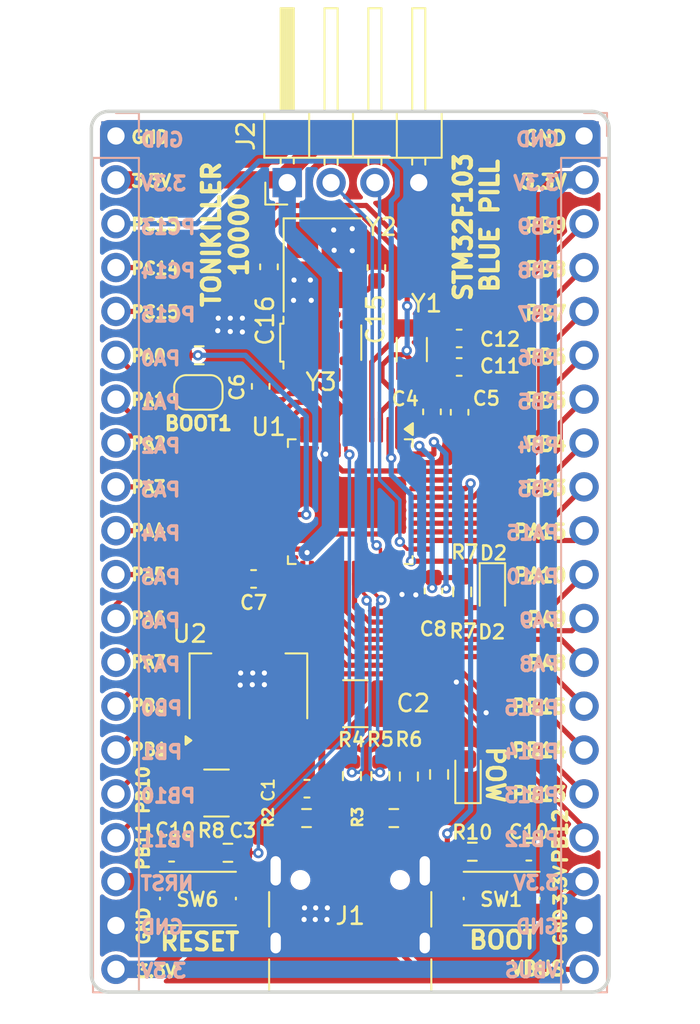
<source format=kicad_pcb>
(kicad_pcb (version 20240108) (generator "pcbnew") (generator_version "8.0")
  (layers (0 "F.Cu" signal) (31 "B.Cu" signal) (34 "B.Paste" user) (35 "F.Paste" user) (36 "B.SilkS" user "B.Silkscreen") (37 "F.SilkS" user "F.Silkscreen") (38 "B.Mask" user) (39 "F.Mask" user) (44 "Edge.Cuts" user))
  (net 0 "")
  (net 1 "VBUS")
  (net 2 "GND")
  (net 3 "+3.3V")
  (net 4 "Net-(D1-A)")
  (net 5 "Net-(J1-CC1)")
  (net 6 "Net-(J1-CC2)")
  (net 7 "USB_D+")
  (net 8 "USB_D-")
  (net 9 "Net-(D2-A)")
  (net 10 "NRST")
  (net 11 "PB11")
  (net 12 "Net-(U1-PD1)")
  (net 13 "PA4")
  (net 14 "PA8")
  (net 15 "PB0")
  (net 16 "PA3")
  (net 17 "PA9")
  (net 18 "PB6")
  (net 19 "PA6")
  (net 20 "PB14")
  (net 21 "PB5")
  (net 22 "PA10")
  (net 23 "PB8")
  (net 24 "PA5")
  (net 25 "PC15")
  (net 26 "PB4")
  (net 27 "SWDIO")
  (net 28 "PA7")
  (net 29 "Net-(U1-PD0)")
  (net 30 "PB1")
  (net 31 "PA2")
  (net 32 "PB9")
  (net 33 "PA1")
  (net 34 "BOOT0")
  (net 35 "PB10")
  (net 36 "PB7")
  (net 37 "PC13")
  (net 38 "PB13")
  (net 39 "BOOT1")
  (net 40 "PB3")
  (net 41 "PA15")
  (net 42 "PB12")
  (net 43 "SWCLK")
  (net 44 "PA0")
  (net 45 "PB15")
  (net 46 "PC14")
  (net 49 "/D+")
  (net 50 "/D-")
  (footprint "LED_SMD:LED_0603_1608Metric_Pad1.05x0.95mm_HandSolder" (layer "F.Cu") (at 80.925 123.2 90)
    (property "Reference" "D2")
    (property "Value" "POW")
  )
  (footprint "Resistor_SMD:R_0603_1608Metric_Pad0.98x0.95mm_HandSolder" (layer "F.Cu") (at 76.625 125.725)
    (property "Reference" "R3")
    (property "Value" "5K1" (hide yes))
  )
  (footprint "Connector_PinHeader_2.54mm:PinHeader_1x04_P2.54mm_Horizontal" (layer "F.Cu") (at 70.45 88.925 90)
    (property "Reference" "J2")
    (property "Value" "STLINK")
  )
  (footprint "Resistor_SMD:R_0603_1608Metric" (layer "F.Cu") (at 75.85 123.295 90)
    (property "Reference" "R5")
    (property "Value" "22R")
  )
  (footprint "Resistor_SMD:R_0603_1608Metric_Pad0.98x0.95mm_HandSolder" (layer "F.Cu") (at 81.175 127.675 180)
    (property "Reference" "R10")
    (property "Value" "10K")
  )
  (footprint "Resistor_SMD:R_0603_1608Metric_Pad0.98x0.95mm_HandSolder" (layer "F.Cu") (at 80.5875 112.625 90)
    (property "Reference" "R7")
    (property "Value" "10K")
  )
  (footprint "Capacitor_SMD:C_0603_1608Metric" (layer "F.Cu") (at 78.8375 102.2 90)
    (property "Reference" "C4")
    (property "Value" "1uF")
  )
  (footprint "Capacitor_SMD:C_1210_3225Metric_Pad1.33x2.70mm_HandSolder" (layer "F.Cu") (at 66.35 124.275 180)
    (property "Reference" "C3")
    (property "Value" "10uF")
  )
  (footprint "Capacitor_SMD:C_0603_1608Metric" (layer "F.Cu") (at 84.45 127.675 180)
    (property "Reference" "C10")
    (property "Value" "0.1uF")
  )
  (footprint "Crystal:Crystal_SMD_3215-2Pin_3.2x1.5mm" (layer "F.Cu") (at 77.66625 98.59375 -90)
    (property "Reference" "Y1")
    (property "Value" "32.768KHz")
  )
  (footprint "Capacitor_SMD:C_0603_1608Metric" (layer "F.Cu") (at 80.4125 99.6 180)
    (property "Reference" "C11")
    (property "Value" "22pF")
  )
  (footprint "Capacitor_SMD:C_0603_1608Metric" (layer "F.Cu") (at 68.9125 100.725 -90)
    (property "Reference" "C6")
    (property "Value" "0.1uF")
  )
  (footprint "Button_Switch_SMD:SW_Push_1P1T_NO_CK_KMR2" (layer "F.Cu") (at 82.875 130.385 180)
    (property "Reference" "SW1")
    (property "Value" "RESET")
  )
  (footprint "Jumper:SolderJumper-2_P1.3mm_Open_RoundedPad1.0x1.5mm" (layer "F.Cu") (at 65.3 101.075 180)
    (property "Reference" "JP1" (hide yes))
    (property "Value" "BOOT1")
  )
  (footprint "Capacitor_SMD:C_0603_1608Metric" (layer "F.Cu") (at 80.4375 102.225 90)
    (property "Reference" "C5")
    (property "Value" "0.1uF")
  )
  (footprint "Resistor_SMD:R_0603_1608Metric_Pad0.98x0.95mm_HandSolder" (layer "F.Cu") (at 79.25 123.2 -90)
    (property "Reference" "R7")
    (property "Value" "10K")
  )
  (footprint "Capacitor_SMD:C_0603_1608Metric_Pad1.08x0.95mm_HandSolder" (layer "F.Cu") (at 71.5925 124.025 180)
    (property "Reference" "C1")
    (property "Value" "10uF" (hide yes))
  )
  (footprint "Package_TO_SOT_SMD:SOT-223-3_TabPin2" (layer "F.Cu") (at 68.2 118.1 90)
    (property "Reference" "U2")
    (property "Value" "AMS1117-3.3")
  )
  (footprint "Capacitor_SMD:C_0603_1608Metric" (layer "F.Cu") (at 69.39125 93.80375 90)
    (property "Reference" "C16")
    (property "Value" "22pF")
  )
  (footprint "Resistor_SMD:R_0603_1608Metric" (layer "F.Cu") (at 77.5 123.32 90)
    (property "Reference" "R6")
    (property "Value" "1.5K")
  )
  (footprint "Capacitor_SMD:C_0603_1608Metric" (layer "F.Cu") (at 78.925 112.575 90)
    (property "Reference" "C8")
    (property "Value" "0.1uF")
  )
  (footprint "Resistor_SMD:R_0603_1608Metric" (layer "F.Cu") (at 74.2 123.295 90)
    (property "Reference" "R4")
    (property "Value" "22R")
  )
  (footprint "Resistor_SMD:R_0603_1608Metric_Pad0.98x0.95mm_HandSolder" (layer "F.Cu") (at 65.35 98.925 180)
    (property "Reference" "R8" (hide yes))
    (property "Value" "10K")
  )
  (footprint "Package_QFP:LQFP-48_7x7mm_P0.5mm" (layer "F.Cu") (at 74.1 107.4 -90)
    (property "Reference" "U1")
    (property "Value" "STM32F103CBTx")
  )
  (footprint "Connector_USB:USB_C_Receptacle_HRO_TYPE-C-31-M-12" (layer "F.Cu") (at 74.1 131.91)
    (property "Reference" "J1")
    (property "Value" "USB_C_USB2.0" (hide yes))
  )
  (footprint "Capacitor_SMD:C_0603_1608Metric" (layer "F.Cu") (at 75.61625 93.84375 -90)
    (property "Reference" "C15")
    (property "Value" "22pF")
  )
  (footprint "Crystal:Crystal_SMD_3225-4Pin_3.2x2.5mm_HandSoldering" (layer "F.Cu") (at 72.49125 93.69375 -90)
    (property "Reference" "Y2")
    (property "Value" "8MHz")
  )
  (footprint "LED_SMD:LED_0603_1608Metric_Pad1.05x0.95mm_HandSolder" (layer "F.Cu") (at 82.3375 112.625 -90)
    (property "Reference" "D2")
    (property "Value" "BLINK")
  )
  (footprint "Button_Switch_SMD:SW_Push_1P1T_NO_CK_KMR2" (layer "F.Cu") (at 65.275 130.385 180)
    (property "Reference" "SW6")
    (property "Value" "RESET")
  )
  (footprint "Capacitor_SMD:C_0603_1608Metric" (layer "F.Cu") (at 80.4125 97.95 180)
    (property "Reference" "C12")
    (property "Value" "22pF")
  )
  (footprint "Resistor_SMD:R_0603_1608Metric_Pad0.98x0.95mm_HandSolder" (layer "F.Cu") (at 71.5675 125.725 180)
    (property "Reference" "R2")
    (property "Value" "5K1" (hide yes))
  )
  (footprint "Capacitor_SMD:C_0603_1608Metric" (layer "F.Cu") (at 63.75 127.735)
    (property "Reference" "C10")
    (property "Value" "0.1uF")
  )
  (footprint "Crystal:Resonator_SMD_Murata_CSTCR_4.5x2x1.15mm" (layer "F.Cu") (at 72.39125 98.19375 90)
    (property "Reference" "Y3")
    (property "Value" "8MHz")
  )
  (footprint "Capacitor_SMD:C_1210_3225Metric_Pad1.33x2.70mm_HandSolder" (layer "F.Cu") (at 74.4 119.1 180)
    (property "Reference" "C2")
    (property "Value" "10uF")
  )
  (footprint "Capacitor_SMD:C_0603_1608Metric" (layer "F.Cu") (at 68.5 111.875)
    (property "Reference" "C7")
    (property "Value" "0.1uF")
  )
  (footprint "Resistor_SMD:R_0603_1608Metric_Pad0.98x0.95mm_HandSolder" (layer "F.Cu") (at 67.0125 127.735 180)
    (property "Reference" "R8")
    (property "Value" "10K")
  )
  (footprint "Connector_PinHeader_2.54mm:PinHeader_1x20_P2.54mm_Vertical" (layer "B.Cu") (at 87.65 86.225 180)
    (property "Reference" "J4" (hide yes))
    (property "Value" "PINHD_1x20_Male")
  )
  (footprint "Connector_PinHeader_2.54mm:PinHeader_1x20_P2.54mm_Vertical" (layer "B.Cu") (at 60.525 86.225 180)
    (property "Reference" "J3" (hide yes))
    (property "Value" "PINHD_1x20_Male")
  )
  (gr_arc (start 59.1 85.8) (mid 59.392893 85.092893) (end 60.1 84.8) (stroke (width 0.2)) (layer "Edge.Cuts"))
  (gr_line (start 59.1 134.8) (end 59.1 85.8) (stroke (width 0.2)) (layer "Edge.Cuts"))
  (gr_line (start 88.1 135.8) (end 60.1 135.8) (stroke (width 0.2)) (layer "Edge.Cuts"))
  (gr_line (start 89.1 85.8) (end 89.1 134.8) (stroke (width 0.2)) (layer "Edge.Cuts"))
  (gr_arc (start 60.1 135.8) (mid 59.392893 135.507107) (end 59.1 134.8) (stroke (width 0.2)) (layer "Edge.Cuts"))
  (gr_line (start 60.1 84.8) (end 88.1 84.8) (stroke (width 0.2)) (layer "Edge.Cuts"))
  (gr_arc (start 88.1 84.8) (mid 88.807107 85.092893) (end 89.1 85.8) (stroke (width 0.2)) (layer "Edge.Cuts"))
  (gr_arc (start 89.1 134.8) (mid 88.807107 135.507107) (end 88.1 135.8) (stroke (width 0.2)) (layer "Edge.Cuts"))
  (gr_text "PA10" (at 84.663095 111.75394 -0) (layer "B.SilkS") (effects (font (size 0.8 0.8) (thickness 0.2) (bold yes)) (justify mirror)))
  (gr_text "NRST" (at 63.484524 129.509198 -0) (layer "B.SilkS") (effects (font (size 0.8 0.8) (thickness 0.2) (bold yes)) (justify mirror)))
  (gr_text "PC13\n" (at 63.541667 91.515788 -0) (layer "B.SilkS") (effects (font (size 0.8 0.8) (thickness 0.2) (bold yes)) (justify mirror)))
  (gr_text "PB3" (at 84.986904 106.688152 -0) (layer "B.SilkS") (effects (font (size 0.8 0.8) (thickness 0.2) (bold yes)) (justify mirror)))
  (gr_text "PB10" (at 63.541667 124.44341 -0) (layer "B.SilkS") (effects (font (size 0.8 0.8) (thickness 0.2) (bold yes)) (justify mirror)))
  (gr_text "PB14" (at 84.605952 121.885516 -0) (layer "B.SilkS") (effects (font (size 0.8 0.8) (thickness 0.2) (bold yes)) (justify mirror)))
  (gr_text "PB8" (at 84.986904 94.023682 -0) (layer "B.SilkS") (effects (font (size 0.8 0.8) (thickness 0.2) (bold yes)) (justify mirror)))
  (gr_text "PB6" (at 84.986904 99.08947 -0) (layer "B.SilkS") (effects (font (size 0.8 0.8) (thickness 0.2) (bold yes)) (justify mirror)))
  (gr_text "PB12" (at 84.605952 126.951304 -0) (layer "B.SilkS") (effects (font (size 0.8 0.8) (thickness 0.2) (bold yes)) (justify mirror)))
  (gr_text "VBUS\n" (at 84.625 134.55 -0) (layer "B.SilkS") (effects (font (size 0.8 0.8) (thickness 0.2) (bold yes)) (justify mirror)))
  (gr_text "PB7" (at 84.986904 96.556576 -0) (layer "B.SilkS") (effects (font (size 0.8 0.8) (thickness 0.2) (bold yes)) (justify mirror)))
  (gr_text "PC15" (at 63.541667 96.581576 -0) (layer "B.SilkS") (effects (font (size 0.8 0.8) (thickness 0.2) (bold yes)) (justify mirror)))
  (gr_text "PA6" (at 63.103571 114.311834 -0) (layer "B.SilkS") (effects (font (size 0.8 0.8) (thickness 0.2) (bold yes)) (justify mirror)))
  (gr_text "PB4" (at 84.986904 104.155258 -0) (layer "B.SilkS") (effects (font (size 0.8 0.8) (thickness 0.2) (bold yes)) (justify mirror)))
  (gr_text "3.3V" (at 63.275 134.575 -0) (layer "B.SilkS") (effects (font (size 0.8 0.8) (thickness 0.2) (bold yes)) (justify mirror)))
  (gr_text "PC14" (at 63.541667 94.048682 -0) (layer "B.SilkS") (effects (font (size 0.8 0.8) (thickness 0.2) (bold yes)) (justify mirror)))
  (gr_text "GND" (at 84.948809 132.017092 -0) (layer "B.SilkS") (effects (font (size 0.8 0.8) (thickness 0.2) (bold yes)) (justify mirror)))
  (gr_text "GND\n" (at 84.948809 86.425 -0) (layer "B.SilkS") (effects (font (size 0.8 0.8) (thickness 0.2) (bold yes)) (justify mirror)))
  (gr_text "PB15" (at 84.605952 119.352622 -0) (layer "B.SilkS") (effects (font (size 0.8 0.8) (thickness 0.2) (bold yes)) (justify mirror)))
  (gr_text "3.3V" (at 84.872619 88.957894 -0) (layer "B.SilkS") (effects (font (size 0.8 0.8) (thickness 0.2) (bold yes)) (justify mirror)))
  (gr_text "3.3V" (at 63.275 88.982894 -0) (layer "B.SilkS") (effects (font (size 0.8 0.8) (thickness 0.2) (bold yes)) (justify mirror)))
  (gr_text "PB5" (at 84.986904 101.622364 -0) (layer "B.SilkS") (effects (font (size 0.8 0.8) (thickness 0.2) (bold yes)) (justify mirror)))
  (gr_text "GND" (at 63.198809 132.042092 -0) (layer "B.SilkS") (effects (font (size 0.8 0.8) (thickness 0.2) (bold yes)) (justify mirror)))
  (gr_text "PA1" (at 63.103571 101.647364 -0) (layer "B.SilkS") (effects (font (size 0.8 0.8) (thickness 0.2) (bold yes)) (justify mirror)))
  (gr_text "PA7" (at 63.103571 116.844728 -0) (layer "B.SilkS") (effects (font (size 0.8 0.8) (thickness 0.2) (bold yes)) (justify mirror)))
  (gr_text "PB1" (at 63.160714 121.910516 -0) (layer "B.SilkS") (effects (font (size 0.8 0.8) (thickness 0.2) (bold yes)) (justify mirror)))
  (gr_text "PB13" (at 84.605952 124.41841 -0) (layer "B.SilkS") (effects (font (size 0.8 0.8) (thickness 0.2) (bold yes)) (justify mirror)))
  (gr_text "PB0" (at 63.160714 119.377622 -0) (layer "B.SilkS") (effects (font (size 0.8 0.8) (thickness 0.2) (bold yes)) (justify mirror)))
  (gr_text "3.3V" (at 84.872619 129.484198 -0) (layer "B.SilkS") (effects (font (size 0.8 0.8) (thickness 0.2) (bold yes)) (justify mirror)))
  (gr_text "PA8" (at 85.044047 116.819728 -0) (layer "B.SilkS") (effects (font (size 0.8 0.8) (thickness 0.2) (bold yes)) (justify mirror)))
  (gr_text "GND\n" (at 63.198809 86.45 -0) (layer "B.SilkS") (effects (font (size 0.8 0.8) (thickness 0.2) (bold yes)) (justify mirror)))
  (gr_text "PA2" (at 63.103571 104.180258 -0) (layer "B.SilkS") (effects (font (size 0.8 0.8) (thickness 0.2) (bold yes)) (justify mirror)))
  (gr_text "PA9" (at 85.044047 114.286834 -0) (layer "B.SilkS") (effects (font (size 0.8 0.8) (thickness 0.2) (bold yes)) (justify mirror)))
  (gr_text "PA0" (at 63.103571 99.11447 -0) (layer "B.SilkS") (effects (font (size 0.8 0.8) (thickness 0.2) (bold yes)) (justify mirror)))
  (gr_text "PA15\n" (at 84.663095 109.221046 -0) (layer "B.SilkS") (effects (font (size 0.8 0.8) (thickness 0.2) (bold yes)) (justify mirror)))
  (gr_text "PA3" (at 63.103571 106.713152 -0) (layer "B.SilkS") (effects (font (size 0.8 0.8) (thickness 0.2) (bold yes)) (justify mirror)))
  (gr_text "PB9" (at 84.986904 91.490788 -0) (layer "B.SilkS") (effects (font (size 0.8 0.8) (thickness 0.2) (bold yes)) (justify mirror)))
  (gr_text "PA5" (at 63.103571 111.77894 -0) (layer "B.SilkS") (effects (font (size 0.8 0.8) (thickness 0.2) (bold yes)) (justify mirror)))
  (gr_text "PA4" (at 63.103571 109.246046 -0) (layer "B.SilkS") (effects (font (size 0.8 0.8) (thickness 0.2) (bold yes)) (justify mirror)))
  (gr_text "PB11" (at 63.541667 126.976304 -0) (layer "B.SilkS") (effects (font (size 0.8 0.8) (thickness 0.2) (bold yes)) (justify mirror)))
  (gr_text "BOOT" (at 80.875 133.375 0) (layer "F.SilkS") (effects (font (size 1 1) (thickness 0.22) (bold yes)) (justify left bottom)))
  (gr_text "PB0" (at 62.466667 119.227622 0) (layer "F.SilkS") (effects (font (size 0.7 0.7) (thickness 0.2) (bold yes))))
  (gr_text "PA15\n" (at 85.114286 109.146046 0) (layer "F.SilkS") (effects (font (size 0.8 0.8) (thickness 0.2) (bold yes))))
  (gr_text "GND" (at 62.125 131.975 90) (layer "F.SilkS") (effects (font (size 0.7 0.7) (thickness 0.2) (bold yes))))
  (gr_text "PA5" (at 62.416667 111.62894 0) (layer "F.SilkS") (effects (font (size 0.7 0.7) (thickness 0.2) (bold yes))))
  (gr_text "PB10" (at 62.1 124.1 90) (layer "F.SilkS") (effects (font (size 0.7 0.7) (thickness 0.2) (bold yes))))
  (gr_text "PA2" (at 62.416667 104.030258 0) (layer "F.SilkS") (effects (font (size 0.7 0.7) (thickness 0.2) (bold yes))))
  (gr_text "GND" (at 86.275 132.05 90) (layer "F.SilkS") (effects (font (size 0.7 0.7) (thickness 0.2) (bold yes))))
  (gr_text "PB5" (at 85.438095 101.547364 0) (layer "F.SilkS") (effects (font (size 0.8 0.8) (thickness 0.2) (bold yes))))
  (gr_text "3.3V" (at 86.275 129.625 90) (layer "F.SilkS") (effects (font (size 0.7 0.7) (thickness 0.2) (bold yes))))
  (gr_text "STM32F103" (at 81.225 95.9 90) (layer "F.SilkS") (effects (font (size 1 1) (thickness 0.25) (bold yes)) (justify left bottom)))
  (gr_text "PC13\n" (at 62.800001 91.365788 0) (layer "F.SilkS") (effects (font (size 0.7 0.7) (thickness 0.2) (bold yes))))
  (gr_text "VBUS\n" (at 84.975 134.45 0) (layer "F.SilkS") (effects (font (size 0.8 0.8) (thickness 0.2) (bold yes))))
  (gr_text "PB1" (at 62.466667 121.760516 0) (layer "F.SilkS") (effects (font (size 0.7 0.7) (thickness 0.2) (bold yes))))
  (gr_text "PC15" (at 62.800001 96.431576 0) (layer "F.SilkS") (effects (font (size 0.7 0.7) (thickness 0.2) (bold yes))))
  (gr_text "POW" (at 81.925 121.475 -90) (layer "F.SilkS") (effects (font (size 1 1) (thickness 0.22) (bold yes)) (justify left bottom)))
  (gr_text "PB8" (at 85.438095 93.948682 0) (layer "F.SilkS") (effects (font (size 0.8 0.8) (thickness 0.2) (bold yes))))
  (gr_text "PA0" (at 62.416667 98.96447 0) (layer "F.SilkS") (effects (font (size 0.7 0.7) (thickness 0.2) (bold yes))))
  (gr_text "PB15" (at 85.057143 119.277622 0) (layer "F.SilkS") (effects (font (size 0.8 0.8) (thickness 0.2) (bold yes))))
  (gr_text "PA1" (at 62.416667 101.497364 0) (layer "F.SilkS") (effects (font (size 0.7 0.7) (thickness 0.2) (bold yes))))
  (gr_text "PA9" (at 85.495238 114.211834 0) (layer "F.SilkS") (effects (font (size 0.8 0.8) (thickness 0.2) (bold yes))))
  (gr_text "GND\n" (at 62.5 86.3 0) (layer "F.SilkS") (effects (font (size 0.7 0.7) (thickness 0.2) (bold yes))))
  (gr_text "PA10" (at 85.114286 111.67894 0) (layer "F.SilkS") (effects (font (size 0.8 0.8) (thickness 0.2) (bold yes))))
  (gr_text "PB12" (at 86.275 126.775 90) (layer "F.SilkS") (effects (font (size 0.8 0.8) (thickness 0.2) (bold yes))))
  (gr_text "PB3" (at 85.438095 106.613152 0) (layer "F.SilkS") (effects (font (size 0.8 0.8) (thickness 0.2) (bold yes))))
  (gr_text "PB7" (at 85.438095 96.481576 0) (layer "F.SilkS") (effects (font (size 0.8 0.8) (thickness 0.2) (bold yes))))
  (gr_text "PB11" (at 62.1 127.35 90) (layer "F.SilkS") (effects (font (size 0.7 0.7) (thickness 0.2) (bold yes))))
  (gr_text "TONIKILLER\n10000" (at 68.25 91.925 90) (layer "F.SilkS") (effects (font (size 1 1) (thickness 0.25) (bold yes)) (justify bottom)))
  (gr_text "PB13" (at 85.057143 124.34341 0) (layer "F.SilkS") (effects (font (size 0.8 0.8) (thickness 0.2) (bold yes))))
  (gr_text "PB4" (at 85.438095 104.080258 0) (layer "F.SilkS") (effects (font (size 0.8 0.8) (thickness 0.2) (bold yes))))
  (gr_text "PC14" (at 62.800001 93.898682 0) (layer "F.SilkS") (effects (font (size 0.7 0.7) (thickness 0.2) (bold yes))))
  (gr_text "PA3" (at 62.416667 106.563152 0) (layer "F.SilkS") (effects (font (size 0.7 0.7) (thickness 0.2) (bold yes))))
  (gr_text "PB6" (at 85.438095 99.01447 0) (layer "F.SilkS") (effects (font (size 0.8 0.8) (thickness 0.2) (bold yes))))
  (gr_text "3.3V" (at 85.32381 88.882894 0) (layer "F.SilkS") (effects (font (size 0.8 0.8) (thickness 0.2) (bold yes))))
  (gr_text "RESET" (at 62.975 133.475 0) (layer "F.SilkS") (effects (font (size 1 1) (thickness 0.22) (bold yes)) (justify left bottom)))
  (gr_text "PA7" (at 62.416667 116.694728 0) (layer "F.SilkS") (effects (font (size 0.7 0.7) (thickness 0.2) (bold yes))))
  (gr_text "PA8" (at 85.495238 116.744728 0) (layer "F.SilkS") (effects (font (size 0.8 0.8) (thickness 0.2) (bold yes))))
  (gr_text "GND\n" (at 85.4 86.35 0) (layer "F.SilkS") (effects (font (size 0.8 0.8) (thickness 0.2) (bold yes))))
  (gr_text "3.3V" (at 62.875 134.6 0) (layer "F.SilkS") (effects (font (size 0.7 0.7) (thickness 0.2) (bold yes))))
  (gr_text "BLUE PILL" (at 82.775 95.4 90) (layer "F.SilkS") (effects (font (size 1 1) (thickness 0.25) (bold yes)) (justify left bottom)))
  (gr_text "PA6" (at 62.416667 114.161834 0) (layer "F.SilkS") (effects (font (size 0.7 0.7) (thickness 0.2) (bold yes))))
  (gr_text "PA4" (at 62.416667 109.096046 0) (layer "F.SilkS") (effects (font (size 0.7 0.7) (thickness 0.2) (bold yes))))
  (gr_text "PB9" (at 85.438095 91.415788 0) (layer "F.SilkS") (effects (font (size 0.8 0.8) (thickness 0.2) (bold yes))))
  (gr_text "3.3V" (at 62.566667 88.832894 0) (layer "F.SilkS") (effects (font (size 0.7 0.7) (thickness 0.2) (bold yes))))
  (gr_text "PB14" (at 85.057143 121.810516 0) (layer "F.SilkS") (effects (font (size 0.8 0.8) (thickness 0.2) (bold yes))))
  (segment (start 79.2175 124.145) (end 79.25 124.1125) (width 0.3) (layer "F.Cu") (net 1))
  (segment (start 71.5425 126.2375) (end 71.5425 124.9375) (width 0.4) (layer "F.Cu") (net 1))
  (segment (start 76.55 127.865) (end 76.55 128.6425) (width 0.3) (layer "F.Cu") (net 1))
  (segment (start 71.65 126.345) (end 71.5425 126.2375) (width 0.4) (layer "F.Cu") (net 1))
  (segment (start 71.65 128.6325) (end 71.65 127.865) (width 0.3) (layer "F.Cu") (net 1))
  (segment (start 77.985 134.485) (end 75.775 132.275) (width 0.3) (layer "F.Cu") (net 1))
  (segment (start 75.775 132.275) (end 75.775 129.4175) (width 0.3) (layer "F.Cu") (net 1))
  (segment (start 72.425 121.25) (end 73.8125 121.25) (width 1) (layer "F.Cu") (net 1))
  (segment (start 76.55 126.47) (end 76.625 126.395) (width 0.4) (layer "F.Cu") (net 1))
  (segment (start 76.625 124.995) (end 77.475 124.145) (width 0.4) (layer "F.Cu") (net 1))
  (segment (start 76.55 128.6425) (end 76.16625 129.02625) (width 0.3) (layer "F.Cu") (net 1))
  (segment (start 77.5 124.145) (end 79.2175 124.145) (width 0.3) (layer "F.Cu") (net 1))
  (segment (start 72.455 121.28) (end 72.425 121.25) (width 0.4) (layer "F.Cu") (net 1))
  (segment (start 70.5 121.25) (end 72.425 121.25) (width 1) (layer "F.Cu") (net 1))
  (segment (start 72.455 124.025) (end 72.455 121.28) (width 0.4) (layer "F.Cu") (net 1))
  (segment (start 71.65 127.865) (end 71.65 126.345) (width 0.4) (layer "F.Cu") (net 1))
  (segment (start 76.625 126.395) (end 76.625 124.995) (width 0.4) (layer "F.Cu") (net 1))
  (segment (start 71.5425 124.9375) (end 72.455 124.025) (width 0.4) (layer "F.Cu") (net 1))
  (segment (start 73.8125 121.25) (end 75.9625 119.1) (width 1) (layer "F.Cu") (net 1))
  (segment (start 75.025 129.45) (end 72.9925 129.45) (width 0.3) (layer "F.Cu") (net 1))
  (segment (start 72.4675 129.45) (end 71.65 128.6325) (width 0.3) (layer "F.Cu") (net 1))
  (segment (start 87.65 134.485) (end 77.985 134.485) (width 0.3) (layer "F.Cu") (net 1))
  (segment (start 75.7425 129.45) (end 75.025 129.45) (width 0.3) (layer "F.Cu") (net 1))
  (segment (start 75.775 129.4175) (end 76.16625 129.02625) (width 0.3) (layer "F.Cu") (net 1))
  (segment (start 76.55 127.865) (end 76.55 126.47) (width 0.4) (layer "F.Cu") (net 1))
  (segment (start 76.16625 129.02625) (end 75.7425 129.45) (width 0.3) (layer "F.Cu") (net 1))
  (segment (start 72.9925 129.45) (end 72.4675 129.45) (width 0.3) (layer "F.Cu") (net 1))
  (segment (start 84.75 132.15) (end 87.445 132.15) (width 0.5) (layer "F.Cu") (net 2))
  (segment (start 73.64125 92.36875) (end 73.16625 92.84375) (width 0.3) (layer "F.Cu") (net 2))
  (segment (start 67.9 110.3) (end 66.325 111.875) (width 0.3) (layer "F.Cu") (net 2))
  (segment (start 65.9 112.3) (end 65.9 121.25) (width 0.3) (layer "F.Cu") (net 2))
  (segment (start 71.34125 95.24375) (end 71.84125 95.74375) (width 0.3) (layer "F.Cu") (net 2))
  (segment (start 67.725 111.875) (end 67.725 110.475) (width 0.3) (layer "F.Cu") (net 2))
  (segment (start 75.41625 92.86875) (end 75.61625 93.06875) (width 0.3) (layer "F.Cu") (net 2))
  (segment (start 67.725 110.475) (end 67.9 110.3) (width 0.3) (layer "F.Cu") (net 2))
  (segment (start 76.35 112.6) (end 76.35 111.5625) (width 0.3) (layer "F.Cu") (net 2))
  (segment (start 70.73 124.025) (end 70.73 127.785) (width 0.3) (layer "F.Cu") (net 2))
  (segment (start 73.64125 92.16875) (end 73.14125 91.66875) (width 0.3) (layer "F.Cu") (net 2))
  (segment (start 66.325 111.875) (end 65.9 112.3) (width 0.3) (layer "F.Cu") (net 2))
  (segment (start 69.8875 99.95) (end 70.58125 100.64375) (width 0.3) (layer "F.Cu") (net 2))
  (segment (start 81.4 102.76) (end 81.4 99.8125) (width 0.3) (layer "F.Cu") (net 2))
  (segment (start 76.95 113.2) (end 76.35 112.6) (width 0.3) (layer "F.Cu") (net 2))
  (segment (start 77.5375 125.725) (end 77.5375 128.0675) (width 0.8) (layer "F.Cu") (net 2))
  (segment (start 72.8375 119.1) (end 66.975 119.1) (width 1) (layer "F.Cu") (net 2))
  (segment (start 77.35 113.35) (end 77.9 112.8) (width 0.3) (layer "F.Cu") (net 2))
  (segment (start 64.525 127.735) (end 64.525 130.575) (width 1) (layer "F.Cu") (net 2))
  (segment (start 77.35 127.865) (end 78.265 128.78) (width 0.3) (layer "F.Cu") (net 2))
  (segment (start 72.3 100.64375) (end 73.35 101.69375) (width 0.3) (layer "F.Cu") (net 2))
  (segment (start 67.9 110.3) (end 68.55 109.65) (width 0.3) (layer "F.Cu") (net 2))
  (segment (start 73.64125 92.24375) (end 73.64125 92.29375) (width 0.3) (layer "F.Cu") (net 2))
  (segment (start 73.64125 92.29375) (end 74.21625 92.86875) (width 0.3) (layer "F.Cu") (net 2))
  (segment (start 81.16 103) (end 81.4 102.76) (width 0.3) (layer "F.Cu") (net 2))
  (segment (start 70.85 124.145) (end 70.73 124.025) (width 0.3) (layer "F.Cu") (net 2))
  (segment (start 60.525 131.945) (end 61.285 131.185) (width 1) (layer "F.Cu") (net 2))
  (segment (start 69.78 130.135) (end 69.78 132.96) (width 1) (layer "F.Cu") (net 2))
  (segment (start 78.42 132.15) (end 78.42 128.78) (width 1) (layer "F.Cu") (net 2))
  (segment (start 70.85 125.92) (end 70.655 125.725) (width 0.3) (layer "F.Cu") (net 2))
  (segment (start 77.35 113.35) (end 77.1 113.35) (width 0.3) (layer "F.Cu") (net 2))
  (segment (start 78.5625 128.9225) (end 78.42 128.78) (width 0.3) (layer "F.Cu") (net 2))
  (segment (start 82.0875 132.15) (end 84.75 132.15) (width 0.5) (layer "F.Cu") (net 2))
  (segment (start 78.05 113.35) (end 77.9 113.2) (width 0.3) (layer "F.Cu") (net 2))
  (segment (start 71.34125 95.21875) (end 70.81625 95.74375) (width 0.3) (layer "F.Cu") (net 2))
  (segment (start 66.2625 98.925) (end 67.2875 99.95) (width 0.3) (layer "F.Cu") (net 2))
  (segment (start 71.79125 94.35375) (end 71.79125 94.56875) (width 0.3) (layer "F.Cu") (net 2))
  (segment (start 80.575 103) (end 81.16 103) (width 0.3) (layer "F.Cu") (net 2))
  (segment (start 73.64125 92.56875) (end 73.64125 92.24375) (width 0.3) (layer "F.Cu") (net 2))
  (segment (start 73.64125 92.24375) (end 73.64125 92.36875) (width 0.3) (layer "F.Cu") (net 2))
  (segment (start 68.9125 99.95) (end 69.8875 99.95) (width 0.3) (layer "F.Cu") (net 2))
  (segment (start 78.925 113.35) (end 78.05 113.35) (width 0.3) (layer "F.Cu") (net 2))
  (segment (start 77.9 112.8) (end 77.9 113.2) (width 0.3) (layer "F.Cu") (net 2))
  (segment (start 77.5375 125.725) (end 79.275 125.725) (width 0.3) (layer "F.Cu") (net 2))
  (segment (start 64.525 130.575) (end 63.915 131.185) (width 1) (layer "F.Cu") (net 2))
  (segment (start 77.1 113.35) (end 76.95 113.2) (width 0.3) (layer "F.Cu") (net 2))
  (segment (start 79 103) (end 78.975 102.975) (width 0.3) (layer "F.Cu") (net 2))
  (segment (start 67.725 111.875) (end 66.325 111.875) (width 0.3) (layer "F.Cu") (net 2))
  (segment (start 77.1 113.35) (end 77.525 113.35) (width 0.3) (layer "F.Cu") (net 2))
  (segment (start 72.39125 96.29375) (end 71.84125 95.74375) (width 0.3) (layer "F.Cu") (net 2))
  (segment (start 67.325 131.185) (end 67.425 131.285) (width 1) (layer "F.Cu") (net 2))
  (segment (start 63.915 131.185) (end 63.225 131.185) (width 1) (layer "F.Cu") (net 2))
  (segment (start 73.64125 92.24375) (end 73.64125 91.74375) (width 0.3) (layer "F.Cu") (net 2))
  (segment (start 70.85 127.865) (end 70.85 124.145) (width 0.3) (layer "F.Cu") (net 2))
  (segment (start 73.64125 92.16875) (end 74.21625 91.59375) (width 0.3) (layer "F.Cu") (net 2))
  (segment (start 74.21625 92.86875) (end 75.41625 92.86875) (width 0.3) (layer "F.Cu") (net 2))
  (segment (start 78.42 132.96) (end 78.42 132.15) (width 1) (layer "F.Cu") (net 2))
  (segment (start 71.34125 95.14375) (end 71.34125 95.24375) (width 0.3) (layer "F.Cu") (net 2))
  (segment (start 69.39125 94.57875) (end 70.77625 94.57875) (width 0.3) (layer "F.Cu") (net 2))
  (segment (start 77.525 113.2) (end 77.1 112.775) (width 0.3) (layer "F.Cu") (net 2))
  (segment (start 78.2625 105.15) (end 79.325 105.15) (width 0.3) (layer "F.Cu") (net 2))
  (segment (start 70.58125 100.64375) (end 72.3 100.64375) (width 0.3) (layer "F.Cu") (net 2))
  (segment (start 72.39125 97.14375) (end 72.39125 96.29375) (width 0.3) (layer "F.Cu") (net 2))
  (segment (start 68.55 109.65) (end 69.9375 109.65) (width 0.3) (layer "F.Cu") (net 2))
  (segment (start 77.525 113.35) (end 77.525 113.2) (width 0.3) (layer "F.Cu") (net 2))
  (segment (start 66.975 119.1) (end 65.9 120.175) (width 1) (layer "F.Cu") (net 2))
  (segment (start 81.975 119.625) (end 81.975 119.575) (width 0.3) (layer "F.Cu") (net 2))
  (segment (start 67.425 131.285) (end 68.63 131.285) (width 1) (layer "F.Cu") (net 2))
  (segment (start 79.325 105.15) (end 79.775 104.7) (width 0.3) (layer "F.Cu") (net 2))
  (segment (start 64.525 124.5375) (end 64.7875 124.275) (width 1) (layer "F.Cu") (net 2))
  (segment (start 61.285 131.185) (end 63.225 131.185) (width 1) (layer "F.Cu") (net 2))
  (segment (start 65.9 123.1625) (end 64.7875 124.275) (width 1) (layer "F.Cu") (net 2))
  (segment (start 71.34125 95.14375) (end 71.34125 95.01875) (width 0.3) (layer "F.Cu") (net 2))
  (segment (start 77.5375 128.0675) (end 78.25 128.78) (width 0.8) (layer "F.Cu") (net 2))
  (segment (start 77.35 127.865) (end 77.35 125.9125) (width 0.3) (layer "F.Cu") (net 2))
  (segment (start 77.9 113.2) (end 76.95 113.2) (width 0.3) (layer "F.Cu") (net 2))
  (segment (start 84.75 132.15) (end 78.42 132.15) (width 0.5) (layer "F.Cu") (net 2))
  (segment (start 77.1 112.775) (end 77.1 113.35) (width 0.3) (layer "F.Cu") (net 2))
  (segment (start 79.775 103) (end 79 103) (width 0.3) (layer "F.Cu") (net 2))
  (segment (start 71.34125 95.01875) (end 71.79125 94.56875) (width 0.3) (layer "F.Cu") (net 2))
  (segment (start 77.525 113.35) (end 78.05 113.35) (width 0.3) (layer "F.Cu") (net 2))
  (segment (start 67.2875 99.95) (end 68.9125 99.95) (width 0.3) (layer "F.Cu") (net 2))
  (segment (start 65.9 120.175) (end 65.9 121.25) (width 1) (layer "F.Cu") (net 2))
  (segment (start 65.9 121.25) (end 65.9 123.1625) (width 1) (layer "F.Cu") (net 2))
  (segment (start 81.4 99.8125) (end 81.1875 99.6) (width 0.3) (layer "F.Cu") (net 2))
  (segment (start 71.34125 95.14375) (end 71.34125 95.06875) (width 0.3) (layer "F.Cu") (net 2))
  (segment (start 81.1875 99.6) (end 81.1875 97.95) (width 0.4) (layer "F.Cu") (net 2))
  (segment (start 79.775 104.7) (end 79.775 103) (width 0.3) (layer "F.Cu") (net 2))
  (segment (start 73.16625 92.84375) (end 73.16625 92.97875) (width 0.3) (layer "F.Cu") (net 2))
  (segment (start 79.275 125.725) (end 80.925 124.075) (width 0.3) (layer "F.Cu") (net 2))
  (segment (start 64.525 127.735) (end 64.525 124.5375) (width 1) (layer "F.Cu") (net 2))
  (segment (start 70.73 127.785) (end 70.65 127.865) (width 0.3) (layer "F.Cu") (net 2))
  (segment (start 70.85 127.865) (end 70.85 125.92) (width 0.3) (layer "F.Cu") (net 2))
  (segment (start 81.975 119.575) (end 80.25 117.85) (width 0.3) (layer "F.Cu") (net 2))
  (segment (start 71.34125 95.14375) (end 71.34125 95.21875) (width 0.3) (layer "F.Cu") (net 2))
  (segment (start 69.78 130.135) (end 69.78 128.735) (width 1) (layer "F.Cu") (net 2))
  (segment (start 87.445 132.15) (end 87.65 131.945) (width 0.5) (layer "F.Cu") (net 2))
  (segment (start 70.85 127.865) (end 69.935 128.78) (width 0.3) (layer "F.Cu") (net 2))
  (segment (start 73.64125 92.24375) (end 73.64125 92.16875) (width 0.3) (layer "F.Cu") (net 2))
  (segment (start 68.63 131.285) (end 69.78 130.135) (width 1) (layer "F.Cu") (net 2))
  (segment (start 69.78 128.735) (end 70.65 127.865) (width 1) (layer "F.Cu") (net 2))
  (segment (start 82.0875 127.675) (end 82.0875 132.15) (width 0.5) (layer "F.Cu") (net 2))
  (segment (start 77.35 125.9125) (end 77.5375 125.725) (width 0.3) (layer "F.Cu") (net 2))
  (segment (start 73.35 101.69375) (end 73.35 103.2375) (width 0.3) (layer "F.Cu") (net 2))
  (segment (start 73.16625 92.97875) (end 71.79125 94.35375) (width 0.3) (layer "F.Cu") (net 2))
  (segment (start 80.575 103) (end 79 103) (width 0.3) (layer "F.Cu") (net 2))
  (segment (start 69.935 128.78) (end 69.78 128.78) (width 0.3) (layer "F.Cu") (net 2))
  (via (at 77.9 112.8) (size 0.6) (drill 0.3) (layers "F.Cu" "B.Cu") (net 2))
  (via (at 70.81625 95.74375) (size 0.6) (drill 0.3) (layers "F.Cu" "B.Cu") (net 2))
  (via (at 67.85 96.775) (size 0.6) (drill 0.3) (layers "F.Cu" "B.Cu") (net 2))
  (via (at 80.25 117.85) (size 0.6) (drill 0.3) (layers "F.Cu" "B.Cu") (net 2))
  (via (at 73.16625 92.84375) (size 0.6) (drill 0.3) (layers "F.Cu" "B.Cu") (net 2))
  (via (at 71.84125 95.74375) (size 0.6) (drill 0.3) (layers "F.Cu" "B.Cu") (net 2))
  (via (at 67.15 96.775) (size 0.6) (drill 0.3) (layers "F.Cu" "B.Cu") (net 2))
  (via (at 67.725 118.025) (size 0.6) (drill 0.3) (layers "F.Cu" "B.Cu") (net 2))
  (via (at 67.15 97.55) (size 0.6) (drill 0.3) (layers "F.Cu" "B.Cu") (net 2))
  (via (at 69.125 117.325) (size 0.6) (drill 0.3) (layers "F.Cu" "B.Cu") (net 2))
  (via (at 72.075 131.6) (size 0.6) (drill 0.3) (layers "F.Cu" "B.Cu") (net 2))
  (via (at 72.775 130.925) (size 0.6) (drill 0.3) (layers "F.Cu" "B.Cu") (net 2))
  (via (at 70.84125 94.56875) (size 0.6) (drill 0.3) (layers "F.Cu" "B.Cu") (net 2))
  (via (at 77.1 112.775) (size 0.6) (drill 0.3) (layers "F.Cu" "B.Cu") (net 2))
  (via (at 71.45 130.925) (size 0.6) (drill 0.3) (layers "F.Cu" "B.Cu") (net 2))
  (via (at 66.45 96.775) (size 0.6) (drill 0.3) (layers "F.Cu" "B.Cu") (net 2))
  (via (at 66.425 97.5) (size 0.6) (drill 0.3) (layers "F.Cu" "B.Cu") (net 2))
  (via (at 67.75 117.325) (size 0.6) (drill 0.3) (layers "F.Cu" "B.Cu") (net 2))
  (via (at 71.425 131.6) (size 0.6) (drill 0.3) (layers "F.Cu" "B.Cu") (net 2))
  (via (at 81.975 119.625) (size 0.6) (drill 0.3) (layers "F.Cu" "B.Cu") (net 2))
  (via (at 71.79125 94.56875) (size 0.6) (drill 0.3) (layers "F.Cu" "B.Cu") (net 2))
  (via (at 68.45 117.325) (size 0.6) (drill 0.3) (layers "F.Cu" "B.Cu") (net 2))
  (via (at 74.21625 91.59375) (size 0.6) (drill 0.3) (layers "F.Cu" "B.Cu") (net 2))
  (via (at 69.125 118) (size 0.6) (drill 0.3) (layers "F.Cu" "B.Cu") (net 2))
  (via (at 67.85 97.575) (size 0.6) (drill 0.3) (layers "F.Cu" "B.Cu") (net 2))
  (via (at 72.75 131.6) (size 0.6) (drill 0.3) (layers "F.Cu" "B.Cu") (net 2))
  (via (at 68.425 118) (size 0.6) (drill 0.3) (layers "F.Cu" "B.Cu") (net 2))
  (via (at 72.1 130.925) (size 0.6) (drill 0.3) (layers "F.Cu" "B.Cu") (net 2))
  (via (at 74.21625 92.86875) (size 0.6) (drill 0.3) (layers "F.Cu" "B.Cu") (net 2))
  (via (at 73.14125 91.66875) (size 0.6) (drill 0.3) (layers "F.Cu" "B.Cu") (net 2))
  (segment (start 78.075 86.225) (end 87.65 86.225) (width 1) (layer "B.Cu") (net 2))
  (segment (start 78.075 88.92) (end 78.07 88.925) (width 1) (layer "B.Cu") (net 2))
  (segment (start 78.075 86.225) (end 78.075 88.92) (width 1) (layer "B.Cu") (net 2))
  (segment (start 60.525 86.225) (end 78.075 86.225) (width 1) (layer "B.Cu") (net 2))
  (segment (start 80.575 101.45) (end 79 101.45) (width 0.3) (layer "F.Cu") (net 3))
  (segment (start 75.975 109.275) (end 72.675 109.275) (width 0.3) (layer "F.Cu") (net 3))
  (segment (start 77.175 104.925) (end 77.175 105.325) (width 0.3) (layer "F.Cu") (net 3))
  (segment (start 78.925 111.8) (end 78.925 112.4) (width 0.3) (layer "F.Cu") (net 3))
  (segment (start 69.275 111.875) (end 69.275 110.15) (width 0.3) (layer "F.Cu") (net 3))
  (segment (start 62.965 134.485) (end 60.525 134.485) (width 1) (layer "F.Cu") (net 3))
  (segment (start 70.56625 101.14375) (end 70.21 101.5) (width 0.3) (layer "F.Cu") (net 3))
  (segment (start 78.1 104.4875) (end 78.2625 104.65) (width 0.3) (layer "F.Cu") (net 3))
  (segment (start 78.6875 111.5625) (end 78.925 111.8) (width 0.3) (layer "F.Cu") (net 3))
  (segment (start 76.85 104.225) (end 76.85 103.2375) (width 0.3) (layer "F.Cu") (net 3))
  (segment (start 84.31 131.185) (end 84.925 131.185) (width 0.5) (layer "F.Cu") (net 3))
  (segment (start 70.21 101.5) (end 68.9125 101.5) (width 0.3) (layer "F.Cu") (net 3))
  (segment (start 69.275 111.875) (end 69.275 113.875) (width 0.3) (layer "F.Cu") (net 3))
  (segment (start 72.675 109.275) (end 71.8 110.15) (width 0.3) (layer "F.Cu") (net 3))
  (segment (start 87.65 88.765) (end 80.765 88.765) (width 1) (layer "F.Cu") (net 3))
  (segment (start 77.425 101.425) (end 76.85 102) (width 0.3) (layer "F.Cu") (net 3))
  (segment (start 80.765 88.765) (end 78.85 86.85) (width 1) (layer "F.Cu") (net 3))
  (segment (start 71.975 86.85) (end 70.45 88.375) (width 1) (layer "F.Cu") (net 3))
  (segment (start 78.85 86.85) (end 71.975 86.85) (width 1) (layer "F.Cu") (net 3))
  (segment (start 71.4 110.15) (end 71.6 110.35) (width 0.3) (layer "F.Cu") (net 3))
  (segment (start 79.65 111.8) (end 80.5 111.8) (width 0.3) (layer "F.Cu") (net 3))
  (segment (start 78.95 104.65) (end 78.2625 104.65) (width 0.3) (layer "F.Cu") (net 3))
  (segment (start 84.925 131.185) (end 85.87 131.185) (width 0.5) (layer "F.Cu") (net 3))
  (segment (start 78.975 101.425) (end 77.425 101.425) (width 0.3) (layer "F.Cu") (net 3))
  (segment (start 72.85 101.9025) (end 72.09125 101.14375) (width 0.3) (layer "F.Cu") (net 3))
  (segment (start 77.275 104.65) (end 76.975 104.35) (width 0.3) (layer "F.Cu") (net 3))
  (segment (start 76.875 105.625) (end 73.65 105.625) (width 0.3) (layer "F.Cu") (net 3))
  (segment (start 76.85 102) (end 76.85 103.2375) (width 0.3) (layer "F.Cu") (net 3))
  (segment (start 76.325 109.625) (end 75.975 109.275) (width 0.3) (layer "F.Cu") (net 3))
  (segment (start 76.325 110.025) (end 76.325 109.625) (width 0.3) (layer "F.Cu") (net 3))
  (segment (start 60.525 88.765) (end 70.29 88.765) (width 1) (layer "F.Cu") (net 3))
  (segment (start 83.675 130.55) (end 84.31 131.185) (width 0.5) (layer "F.Cu") (net 3))
  (segment (start 83.675 127.675) (end 83.675 130.55) (width 0.5) (layer "F.Cu") (net 3))
  (segment (start 73.65 105.625) (end 72.675 104.65) (width 0.3) (layer "F.Cu") (net 3))
  (segment (start 70.29 88.765) (end 70.45 88.925) (width 1) (layer "F.Cu") (net 3))
  (segment (start 69.275 110.15) (end 69.9375 110.15) (width 0.3) (layer "F.Cu") (net 3))
  (segment (start 78.95 103.95) (end 78.95 104.65) (width 0.3) (layer "F.Cu") (net 3))
  (segment (start 76.85 110.55) (end 76.325 110.025) (width 0.3) (layer "F.Cu") (net 3))
  (segment (start 80.5 111.8) (end 80.5875 111.7125) (width 0.3) (layer "F.Cu") (net 3))
  (segment (start 78.1 104.175) (end 78.1 104.4875) (width 0.3) (layer "F.Cu") (net 3))
  (segment (start 78.2625 104.65) (end 77.275 104.65) (width 0.3) (layer "F.Cu") (net 3))
  (segment (start 76.975 104.35) (end 76.85 104.225) (width 0.3) (layer "F.Cu") (net 3))
  (segment (start 79.65 111.8) (end 79.65 112.425) (width 0.3) (layer "F.Cu") (net 3))
  (segment (start 69.9375 110.15) (end 71.4 110.15) (width 0.3) (layer "F.Cu") (net 3))
  (segment (start 71.8 110.15) (end 71.4 110.15) (width 0.3) (layer "F.Cu") (net 3))
  (segment (start 72.675 104.65) (end 72.85 104.475) (width 0.3) (layer "F.Cu") (net 3))
  (segment (start 72.09125 101.14375) (end 70.56625 101.14375) (width 0.3) (layer "F.Cu") (net 3))
  (segment (start 85.87 131.185) (end 87.65 129.405) (width 0.5) (layer "F.Cu") (net 3))
  (segment (start 68.9125 101.5) (end 66.375 101.5) (width 0.3) (layer "F.Cu") (net 3))
  (segment (start 76.85 111.5625) (end 76.85 110.55) (width 0.3) (layer "F.Cu") (net 3))
  (segment (start 77.175 105.325) (end 76.875 105.625) (width 0.3) (layer "F.Cu") (net 3))
  (segment (start 72.85 104.475) (end 72.85 103.2375) (width 0.3) (layer "F.Cu") (net 3))
  (segment (start 69.275 113.875) (end 68.2 114.95) (width 0.3) (layer "F.Cu") (net 3))
  (segment (start 72.85 103.2375) (end 72.85 101.9025) (width 0.3) (layer "F.Cu") (net 3))
  (segment (start 68.2 121.25) (end 67.9125 121.5375) (width 1) (layer "F.Cu") (net 3))
  (segment (start 77.275 104.65) (end 77.175 104.75) (width 0.3) (layer "F.Cu") (net 3))
  (segment (start 79 101.45) (end 78.975 101.425) (width 0.3) (layer "F.Cu") (net 3))
  (segment (start 78.925 112.4) (end 78.85 112.4) (width 0.3) (layer "F.Cu") (net 3))
  (segment (start 67.9125 121.5375) (end 67.9125 124.275) (width 1) (layer "F.Cu") (net 3))
  (segment (start 77.175 104.75) (end 77.175 104.925) (width 0.3) (layer "F.Cu") (net 3))
  (segment (start 66.1 127.735) (end 66.1 131.35) (width 1) (layer "F.Cu") (net 3))
  (segment (start 77.175 104.925) (end 77.175 104.55) (width 0.3) (layer "F.Cu") (net 3))
  (segment (start 66.375 101.5) (end 65.95 101.075) (width 0.3) (layer "F.Cu") (net 3))
  (segment (start 66.1 127.735) (end 66.1 126.0875) (width 1) (layer "F.Cu") (net 3))
  (segment (start 78.925 111.8) (end 79.65 111.8) (width 0.3) (layer "F.Cu") (net 3))
  (segment (start 66.1 126.0875) (end 67.9125 124.275) (width 1) (layer "F.Cu") (net 3))
  (segment (start 77.175 104.55) (end 76.975 104.35) (width 0.3) (layer "F.Cu") (net 3))
  (segment (start 70.45 88.375) (end 70.45 88.925) (width 1) (layer "F.Cu") (net 3))
  (segment (start 76.85 111.5625) (end 78.6875 111.5625) (width 0.3) (layer "F.Cu") (net 3))
  (segment (start 66.1 131.35) (end 62.965 134.485) (width 1) (layer "F.Cu") (net 3))
  (via (at 78.85 112.4) (size 0.6) (drill 0.3) (layers "F.Cu" "B.Cu") (net 3))
  (via (at 78.95 103.95) (size 0.6) (drill 0.3) (layers "F.Cu" "B.Cu") (net 3))
  (via (at 78.1 104.175) (size 0.6) (drill 0.3) (layers "F.Cu" "B.Cu") (net 3))
  (via (at 71.6 110.35) (size 0.6) (drill 0.3) (layers "F.Cu" "B.Cu") (net 3))
  (via (at 79.65 112.425) (size 0.6) (drill 0.3) (layers "F.Cu" "B.Cu") (net 3))
  (via (at 72.675 104.65) (size 0.6) (drill 0.3) (layers "F.Cu" "B.Cu") (net 3))
  (segment (start 85.575 133.6) (end 85.575 127.925) (width 1) (layer "B.Cu") (net 3))
  (segment (start 86.355 129.405) (end 87.65 129.405) (width 1) (layer "B.Cu") (net 3))
  (segment (start 85.575 128.625) (end 86.355 129.405) (width 1) (layer "B.Cu") (net 3))
  (segment (start 70.45 88.925) (end 70.45 91.725) (width 1) (layer "B.Cu") (net 3))
  (segment (start 60.525 134.485) (end 84.69 134.485) (width 1) (layer "B.Cu") (net 3))
  (segment (start 84.69 134.485) (end 85.575 133.6) (width 1) (layer "B.Cu") (net 3))
  (segment (start 78.85 104.925) (end 78.1 104.175) (width 0.3) (layer "B.Cu") (net 3))
  (segment (start 87.65 88.765) (end 86.51 88.765) (width 1) (layer "B.Cu") (net 3))
  (segment (start 72.95 109) (end 71.6 110.35) (width 1) (layer "B.Cu") (net 3))
  (segment (start 70.45 91.725) (end 72.95 94.225) (width 1) (layer "B.Cu") (net 3))
  (segment (start 85.575 89.7) (end 85.575 127.925) (width 1) (layer "B.Cu") (net 3))
  (segment (start 79.65 112.425) (end 79.65 104.65) (width 0.3) (layer "B.Cu") (net 3))
  (segment (start 86.51 88.765) (end 85.575 89.7) (width 1) (layer "B.Cu") (net 3))
  (segment (start 85.575 127.925) (end 85.575 128.625) (width 1) (layer "B.Cu") (net 3))
  (segment (start 72.95 94.225) (end 72.95 109) (width 1) (layer "B.Cu") (net 3))
  (segment (start 79.65 104.65) (end 78.95 103.95) (width 0.3) (layer "B.Cu") (net 3))
  (segment (start 78.85 112.4) (end 78.85 104.925) (width 0.3) (layer "B.Cu") (net 3))
  (segment (start 80.8875 122.2875) (end 80.925 122.325) (width 0.3) (layer "F.Cu") (net 4))
  (segment (start 79.25 122.2875) (end 80.8875 122.2875) (width 0.3) (layer "F.Cu") (net 4))
  (segment (start 72.85 126.095) (end 72.48 125.725) (width 0.3) (layer "F.Cu") (net 5))
  (segment (start 72.85 127.865) (end 72.85 126.095) (width 0.3) (layer "F.Cu") (net 5))
  (segment (start 75.85 127.865) (end 75.85 125.8625) (width 0.2) (layer "F.Cu") (net 6))
  (segment (start 75.85 125.8625) (end 75.7125 125.725) (width 0.2) (layer "F.Cu") (net 6))
  (segment (start 75.35 111.5625) (end 75.325001 111.587499) (width 0.2) (layer "F.Cu") (net 7))
  (segment (start 75.325 112.525) (end 75.9 113.1) (width 0.2) (layer "F.Cu") (net 7))
  (segment (start 75.85 122.47) (end 75.85 123.05) (width 0.3) (layer "F.Cu") (net 7))
  (segment (start 75.35 112.15) (end 75.325 112.175) (width 0.2) (layer "F.Cu") (net 7))
  (segment (start 75.325 112.175) (end 75.325 112.525) (width 0.2) (layer "F.Cu") (net 7))
  (segment (start 75.35 111.5625) (end 75.35 112.15) (width 0.2) (layer "F.Cu") (net 7))
  (segment (start 77.5 122.495) (end 75.875 122.495) (width 0.4) (layer "F.Cu") (net 7))
  (segment (start 75.85 123.05) (end 75.825 123.075) (width 0.3) (layer "F.Cu") (net 7))
  (via (at 75.825 123.075) (size 0.6) (drill 0.3) (layers "F.Cu" "B.Cu") (net 7))
  (via (at 75.9 113.1) (size 0.6) (drill 0.3) (layers "F.Cu" "B.Cu") (net 7))
  (segment (start 75.425 123.075) (end 75.825 123.075) (width 0.2) (layer "B.Cu") (net 7))
  (segment (start 75.25 121.6682) (end 75.25 122.9) (width 0.2) (layer "B.Cu") (net 7))
  (segment (start 75.687501 121.230699) (end 75.25 121.6682) (width 0.2) (layer "B.Cu") (net 7))
  (segment (start 75.25 122.9) (end 75.425 123.075) (width 0.2) (layer "B.Cu") (net 7))
  (segment (start 75.9 113.1) (end 75.687501 113.312499) (width 0.2) (layer "B.Cu") (net 7))
  (segment (start 75.687501 113.312499) (end 75.687501 121.230699) (width 0.2) (layer "B.Cu") (net 7))
  (segment (start 74.2 122.47) (end 74.2 123.075) (width 0.3) (layer "F.Cu") (net 8))
  (segment (start 74.875 112.175) (end 74.875 112.711397) (width 0.2) (layer "F.Cu") (net 8))
  (segment (start 74.85 111.5625) (end 74.874999 111.587499) (width 0.2) (layer "F.Cu") (net 8))
  (segment (start 74.875 112.711397) (end 75.05 112.886397) (width 0.2) (layer "F.Cu") (net 8))
  (segment (start 74.85 111.5625) (end 74.85 112.15) (width 0.2) (layer "F.Cu") (net 8))
  (segment (start 75.05 112.886397) (end 75.05 113.125) (width 0.2) (layer "F.Cu") (net 8))
  (segment (start 74.85 112.15) (end 74.875 112.175) (width 0.2) (layer "F.Cu") (net 8))
  (via (at 75.05 113.125) (size 0.6) (drill 0.3) (layers "F.Cu" "B.Cu") (net 8))
  (via (at 74.2 123.075) (size 0.6) (drill 0.3) (layers "F.Cu" "B.Cu") (net 8))
  (segment (start 75.05 113.125) (end 75.237499 113.312499) (width 0.2) (layer "B.Cu") (net 8))
  (segment (start 74.8 122.9) (end 74.625 123.075) (width 0.2) (layer "B.Cu") (net 8))
  (segment (start 75.237499 113.312499) (end 75.237499 121.044301) (width 0.2) (layer "B.Cu") (net 8))
  (segment (start 75.237499 121.044301) (end 74.8 121.4818) (width 0.2) (layer "B.Cu") (net 8))
  (segment (start 74.8 121.4818) (end 74.8 122.9) (width 0.2) (layer "B.Cu") (net 8))
  (segment (start 74.625 123.075) (end 74.2 123.075) (width 0.2) (layer "B.Cu") (net 8))
  (segment (start 80.5875 113.5375) (end 82.3 113.5375) (width 0.3) (layer "F.Cu") (net 9))
  (segment (start 82.3 113.5375) (end 82.3375 113.5) (width 0.3) (layer "F.Cu") (net 9))
  (segment (start 62.975 129.335) (end 63.225 129.585) (width 1) (layer "F.Cu") (net 10))
  (segment (start 60.525 129.405) (end 63.045 129.405) (width 1) (layer "F.Cu") (net 10))
  (segment (start 67.925 127.735) (end 67.325 128.335) (width 1) (layer "F.Cu") (net 10))
  (segment (start 63.045 129.405) (end 63.225 129.585) (width 1) (layer "F.Cu") (net 10))
  (segment (start 62.975 127.735) (end 62.975 129.335) (width 1) (layer "F.Cu") (net 10))
  (segment (start 67.325 128.335) (end 67.325 129.585) (width 1) (layer "F.Cu") (net 10))
  (segment (start 73.85 104.475) (end 73.85 103.2375) (width 0.2) (layer "F.Cu") (net 10))
  (segment (start 68.76 127.735) (end 67.925 127.735) (width 0.2) (layer "F.Cu") (net 10))
  (segment (start 68.775 127.75) (end 68.76 127.735) (width 0.2) (layer "F.Cu") (net 10))
  (segment (start 74.05 104.675) (end 73.85 104.475) (width 0.2) (layer "F.Cu") (net 10))
  (via (at 68.775 127.75) (size 0.6) (drill 0.3) (layers "F.Cu" "B.Cu") (net 10))
  (via (at 74.05 104.675) (size 0.6) (drill 0.3) (layers "F.Cu" "B.Cu") (net 10))
  (segment (start 74.05 120.8) (end 74.05 104.675) (width 0.2) (layer "B.Cu") (net 10))
  (segment (start 68.775 126.075) (end 74.05 120.8) (width 0.2) (layer "B.Cu") (net 10))
  (segment (start 68.775 127.75) (end 68.775 126.075) (width 0.2) (layer "B.Cu") (net 10))
  (segment (start 63.42 123.97) (end 60.525 126.865) (width 0.3) (layer "F.Cu") (net 11))
  (segment (start 68.325 109.15) (end 64.75 112.725) (width 0.3) (layer "F.Cu") (net 11))
  (segment (start 64.75 112.725) (end 64.75 121.45) (width 0.3) (layer "F.Cu") (net 11))
  (segment (start 63.42 122.78) (end 64.75 121.45) (width 0.3) (layer "F.Cu") (net 11))
  (segment (start 63.42 123.97) (end 63.42 122.78) (width 0.3) (layer "F.Cu") (net 11))
  (segment (start 69.9375 109.15) (end 68.325 109.15) (width 0.3) (layer "F.Cu") (net 11))
  (segment (start 70.86625 99.71875) (end 70.86625 99.21875) (width 0.3) (layer "F.Cu") (net 12))
  (segment (start 69.61875 97.56875) (end 70.86625 97.56875) (width 0.3) (layer "F.Cu") (net 12))
  (segment (start 74.35 103.2375) (end 74.35 101.9525) (width 0.3) (layer "F.Cu") (net 12))
  (segment (start 71.34125 92.24375) (end 71.34125 93.04375) (width 0.3) (layer "F.Cu") (net 12))
  (segment (start 68.56625 96.51625) (end 69.61875 97.56875) (width 0.3) (layer "F.Cu") (net 12))
  (segment (start 70.55625 93.02875) (end 71.34125 92.24375) (width 0.3) (layer "F.Cu") (net 12))
  (segment (start 71.24125 100.09375) (end 70.86625 99.71875) (width 0.3) (layer "F.Cu") (net 12))
  (segment (start 74.35 101.9525) (end 72.49125 100.09375) (width 0.3) (layer "F.Cu") (net 12))
  (segment (start 71.0575 91.96) (end 71.34125 92.24375) (width 0.3) (layer "F.Cu") (net 12))
  (segment (start 72.49125 100.09375) (end 71.24125 100.09375) (width 0.3) (layer "F.Cu") (net 12))
  (segment (start 69.39125 93.02875) (end 68.56625 93.85375) (width 0.3) (layer "F.Cu") (net 12))
  (segment (start 69.39125 93.02875) (end 70.55625 93.02875) (width 0.3) (layer "F.Cu") (net 12))
  (segment (start 68.56625 93.85375) (end 68.56625 96.51625) (width 0.3) (layer "F.Cu") (net 12))
  (segment (start 67.3 105.15) (end 63.365 109.085) (width 0.3) (layer "F.Cu") (net 13))
  (segment (start 69.9375 105.15) (end 67.3 105.15) (width 0.3) (layer "F.Cu") (net 13))
  (segment (start 63.365 109.085) (end 60.525 109.085) (width 0.3) (layer "F.Cu") (net 13))
  (segment (start 74.725 115.375) (end 86.32 115.375) (width 0.3) (layer "F.Cu") (net 14))
  (segment (start 73.35 111.5625) (end 73.35 114) (width 0.3) (layer "F.Cu") (net 14))
  (segment (start 86.32 115.375) (end 87.65 116.705) (width 0.3) (layer "F.Cu") (net 14))
  (segment (start 73.35 114) (end 74.725 115.375) (width 0.3) (layer "F.Cu") (net 14))
  (segment (start 68.192894 107.15) (end 63.25 112.092894) (width 0.3) (layer "F.Cu") (net 15))
  (segment (start 63.25 116.52) (end 60.525 119.245) (width 0.3) (layer "F.Cu") (net 15))
  (segment (start 69.9375 107.15) (end 68.192894 107.15) (width 0.3) (layer "F.Cu") (net 15))
  (segment (start 63.25 112.092894) (end 63.25 116.52) (width 0.3) (layer "F.Cu") (net 15))
  (segment (start 65.155 106.545) (end 60.525 106.545) (width 0.3) (layer "F.Cu") (net 16))
  (segment (start 67.05 104.65) (end 65.155 106.545) (width 0.3) (layer "F.Cu") (net 16))
  (segment (start 69.9375 104.65) (end 67.05 104.65) (width 0.3) (layer "F.Cu") (net 16))
  (segment (start 86.94 114.875) (end 87.65 114.165) (width 0.3) (layer "F.Cu") (net 17))
  (segment (start 73.85 113.725) (end 75 114.875) (width 0.3) (layer "F.Cu") (net 17))
  (segment (start 73.85 111.5625) (end 73.85 113.725) (width 0.3) (layer "F.Cu") (net 17))
  (segment (start 75 114.875) (end 86.94 114.875) (width 0.3) (layer "F.Cu") (net 17))
  (segment (start 85.65 103.75) (end 85.65 100.925) (width 0.3) (layer "F.Cu") (net 18))
  (segment (start 85.65 100.925) (end 87.65 98.925) (width 0.3) (layer "F.Cu") (net 18))
  (segment (start 78.2625 107.65) (end 81.75 107.65) (width 0.3) (layer "F.Cu") (net 18))
  (segment (start 81.75 107.65) (end 85.65 103.75) (width 0.3) (layer "F.Cu") (net 18))
  (segment (start 67.75 106.15) (end 60.525 113.375) (width 0.3) (layer "F.Cu") (net 19))
  (segment (start 69.9375 106.15) (end 67.75 106.15) (width 0.3) (layer "F.Cu") (net 19))
  (segment (start 60.525 113.375) (end 60.525 114.165) (width 0.3) (layer "F.Cu") (net 19))
  (segment (start 82.24 116.375) (end 87.65 121.785) (width 0.3) (layer "F.Cu") (net 20))
  (segment (start 72.35 111.5625) (end 72.35 114.55) (width 0.3) (layer "F.Cu") (net 20))
  (segment (start 72.35 114.55) (end 74.175 116.375) (width 0.3) (layer "F.Cu") (net 20))
  (segment (start 74.175 116.375) (end 82.24 116.375) (width 0.3) (layer "F.Cu") (net 20))
  (segment (start 86.275 102.84) (end 87.65 101.465) (width 0.3) (layer "F.Cu") (net 21))
  (segment (start 78.2625 108.15) (end 82.375 108.15) (width 0.3) (layer "F.Cu") (net 21))
  (segment (start 86.275 104.25) (end 86.275 102.84) (width 0.3) (layer "F.Cu") (net 21))
  (segment (start 82.375 108.15) (end 86.275 104.25) (width 0.3) (layer "F.Cu") (net 21))
  (segment (start 74.35 111.5625) (end 74.35 113.5) (width 0.3) (layer "F.Cu") (net 22))
  (segment (start 75.225 114.375) (end 84.9 114.375) (width 0.3) (layer "F.Cu") (net 22))
  (segment (start 74.35 113.5) (end 75.225 114.375) (width 0.3) (layer "F.Cu") (net 22))
  (segment (start 84.9 114.375) (end 87.65 111.625) (width 0.3) (layer "F.Cu") (net 22))
  (segment (start 84.35 97.145) (end 87.65 93.845) (width 0.3) (layer "F.Cu") (net 23))
  (segment (start 80.325 106.15) (end 84.35 102.125) (width 0.3) (layer "F.Cu") (net 23))
  (segment (start 84.35 102.125) (end 84.35 97.145) (width 0.3) (layer "F.Cu") (net 23))
  (segment (start 78.2625 106.15) (end 80.325 106.15) (width 0.3) (layer "F.Cu") (net 23))
  (segment (start 61.55 111.625) (end 60.525 111.625) (width 0.3) (layer "F.Cu") (net 24))
  (segment (start 67.525 105.65) (end 61.55 111.625) (width 0.3) (layer "F.Cu") (net 24))
  (segment (start 69.9375 105.65) (end 67.525 105.65) (width 0.3) (layer "F.Cu") (net 24))
  (segment (start 79.609 97.9785) (end 79.6375 97.95) (width 0.4) (layer "F.Cu") (net 25))
  (segment (start 77.66625 97.34375) (end 78.2725 97.95) (width 0.3) (layer "F.Cu") (net 25))
  (segment (start 64.715 96.385) (end 60.525 96.385) (width 0.3) (layer "F.Cu") (net 25))
  (segment (start 75.35 99.31) (end 76.1425 98.5175) (width 0.3) (layer "F.Cu") (net 25))
  (segment (start 77.31625 97.34375) (end 77.66625 97.34375) (width 0.3) (layer "F.Cu") (net 25))
  (segment (start 75.35 103.2375) (end 75.35 99.31) (width 0.3) (layer "F.Cu") (net 25))
  (segment (start 70.25625 90.84375) (end 64.715 96.385) (width 0.3) (layer "F.Cu") (net 25))
  (segment (start 76.1425 98.5175) (end 77.31625 97.34375) (width 0.3) (layer "F.Cu") (net 25))
  (segment (start 74.79375 90.84375) (end 70.25625 90.84375) (width 0.3) (layer "F.Cu") (net 25))
  (segment (start 78.2725 97.95) (end 79.6375 97.95) (width 0.3) (layer "F.Cu") (net 25))
  (segment (start 76.7 92.75) (end 74.79375 90.84375) (width 0.3) (layer "F.Cu") (net 25))
  (segment (start 76.1425 98.5175) (end 76.7 97.96) (width 0.3) (layer "F.Cu") (net 25))
  (segment (start 76.7 97.96) (end 76.7 92.75) (width 0.3) (layer "F.Cu") (net 25))
  (segment (start 78.2625 108.65) (end 83.005 108.65) (width 0.3) (layer "F.Cu") (net 26))
  (segment (start 83.005 108.65) (end 87.65 104.005) (width 0.3) (layer "F.Cu") (net 26))
  (segment (start 75.625 109.925) (end 75.85 110.15) (width 0.2) (layer "F.Cu") (net 27))
  (segment (start 75.85 110.15) (end 75.85 111.5625) (width 0.2) (layer "F.Cu") (net 27))
  (via (at 75.625 109.925) (size 0.6) (drill 0.3) (layers "F.Cu" "B.Cu") (net 27))
  (segment (start 75.375 109.675) (end 75.375 91.31) (width 0.2) (layer "B.Cu") (net 27))
  (segment (start 75.625 109.925) (end 75.375 109.675) (width 0.2) (layer "B.Cu") (net 27))
  (segment (start 75.375 91.31) (end 72.99 88.925) (width 0.2) (layer "B.Cu") (net 27))
  (segment (start 62.75 111.875) (end 62.75 114.48) (width 0.3) (layer "F.Cu") (net 28))
  (segment (start 62.75 114.48) (end 60.525 116.705) (width 0.3) (layer "F.Cu") (net 28))
  (segment (start 67.975 106.65) (end 62.75 111.875) (width 0.3) (layer "F.Cu") (net 28))
  (segment (start 69.9375 106.65) (end 67.975 106.65) (width 0.3) (layer "F.Cu") (net 28))
  (segment (start 74.85 103.2375) (end 74.85 101.5275) (width 0.3) (layer "F.Cu") (net 29))
  (segment (start 73.89125 97.14375) (end 73.89125 95.39375) (width 0.3) (layer "F.Cu") (net 29))
  (segment (start 73.89125 95.39375) (end 73.64125 95.14375) (width 0.3) (layer "F.Cu") (net 29))
  (segment (start 73.89125 100.56875) (end 73.89125 99.21875) (width 0.3) (layer "F.Cu") (net 29))
  (segment (start 75.09125 95.14375) (end 75.61625 94.61875) (width 0.3) (layer "F.Cu") (net 29))
  (segment (start 74.85 101.5275) (end 73.89125 100.56875) (width 0.3) (layer "F.Cu") (net 29))
  (segment (start 73.39125 95.39375) (end 73.64125 95.14375) (width 0.2) (layer "F.Cu") (net 29))
  (segment (start 73.64125 95.14375) (end 75.09125 95.14375) (width 0.3) (layer "F.Cu") (net 29))
  (segment (start 68.4 107.65) (end 63.75 112.3) (width 0.3) (layer "F.Cu") (net 30))
  (segment (start 63.75 112.3) (end 63.75 118.56) (width 0.3) (layer "F.Cu") (net 30))
  (segment (start 63.75 118.56) (end 60.525 121.785) (width 0.3) (layer "F.Cu") (net 30))
  (segment (start 69.9375 107.65) (end 68.4 107.65) (width 0.3) (layer "F.Cu") (net 30))
  (segment (start 70.9875 103.6) (end 60.93 103.6) (width 0.3) (layer "F.Cu") (net 31))
  (segment (start 71.35 103.2375) (end 70.9875 103.6) (width 0.3) (layer "F.Cu") (net 31))
  (segment (start 60.93 103.6) (end 60.525 104.005) (width 0.3) (layer "F.Cu") (net 31))
  (segment (start 78.2625 105.65) (end 80.05 105.65) (width 0.3) (layer "F.Cu") (net 32))
  (segment (start 80.05 105.65) (end 83.65 102.05) (width 0.3) (layer "F.Cu") (net 32))
  (segment (start 83.65 95.305) (end 87.65 91.305) (width 0.3) (layer "F.Cu") (net 32))
  (segment (start 83.65 102.05) (end 83.65 95.305) (width 0.3) (layer "F.Cu") (net 32))
  (segment (start 62.11 103.05) (end 60.525 101.465) (width 0.3) (layer "F.Cu") (net 33))
  (segment (start 70.175 103.05) (end 62.11 103.05) (width 0.3) (layer "F.Cu") (net 33))
  (segment (start 71.85 102.39688) (end 71.60312 102.15) (width 0.3) (layer "F.Cu") (net 33))
  (segment (start 71.85 103.2375) (end 71.85 102.39688) (width 0.3) (layer "F.Cu") (net 33))
  (segment (start 71.60312 102.15) (end 71.075 102.15) (width 0.3) (layer "F.Cu") (net 33))
  (segment (start 71.075 102.15) (end 70.175 103.05) (width 0.3) (layer "F.Cu") (net 33))
  (segment (start 79.725 127.1375) (end 80.2625 127.675) (width 0.3) (layer "F.Cu") (net 34))
  (segment (start 84.925 127.975) (end 84.925 129.585) (width 0.5) (layer "F.Cu") (net 34))
  (segment (start 80.2625 127.675) (end 80.825 128.2375) (width 0.5) (layer "F.Cu") (net 34))
  (segment (start 78.2625 106.65) (end 80.775 106.65) (width 0.3) (layer "F.Cu") (net 34))
  (segment (start 79.725 126.625) (end 79.725 127.1375) (width 0.3) (layer "F.Cu") (net 34))
  (segment (start 80.775 106.65) (end 81.075 106.35) (width 0.3) (layer "F.Cu") (net 34))
  (segment (start 80.825 128.2375) (end 80.825 129.585) (width 0.5) (layer "F.Cu") (net 34))
  (segment (start 85.225 127.675) (end 84.925 127.975) (width 0.5) (layer "F.Cu") (net 34))
  (via (at 81.075 106.35) (size 0.6) (drill 0.3) (layers "F.Cu" "B.Cu") (net 34))
  (via (at 79.725 126.625) (size 0.6) (drill 0.3) (layers "F.Cu" "B.Cu") (net 34))
  (segment (start 81.075 106.35) (end 81.075 125.275) (width 0.3) (layer "B.Cu") (net 34))
  (segment (start 81.075 125.275) (end 79.725 126.625) (width 0.3) (layer "B.Cu") (net 34))
  (segment (start 68.117894 108.65) (end 69.9375 108.65) (width 0.3) (layer "F.Cu") (net 35))
  (segment (start 64.25 112.517894) (end 68.117894 108.65) (width 0.3) (layer "F.Cu") (net 35))
  (segment (start 64.25 120.6) (end 64.25 112.517894) (width 0.3) (layer "F.Cu") (net 35))
  (segment (start 60.525 124.325) (end 64.25 120.6) (width 0.3) (layer "F.Cu") (net 35))
  (segment (start 85.075 98.96) (end 87.65 96.385) (width 0.3) (layer "F.Cu") (net 36))
  (segment (start 81.225 107.15) (end 85.075 103.3) (width 0.3) (layer "F.Cu") (net 36))
  (segment (start 78.2625 107.15) (end 81.225 107.15) (width 0.3) (layer "F.Cu") (net 36))
  (segment (start 85.075 103.3) (end 85.075 98.96) (width 0.3) (layer "F.Cu") (net 36))
  (segment (start 76.475 104.875) (end 76.35 104.75) (width 0.3) (layer "F.Cu") (net 37))
  (segment (start 81.4375 110.85) (end 82.3375 111.75) (width 0.3) (layer "F.Cu") (net 37))
  (segment (start 76.35 104.75) (end 76.35 103.2375) (width 0.3) (layer "F.Cu") (net 37))
  (segment (start 77.625 110.85) (end 81.4375 110.85) (width 0.3) (layer "F.Cu") (net 37))
  (via (at 77.625 110.85) (size 0.6) (drill 0.3) (layers "F.Cu" "B.Cu") (net 37))
  (via (at 76.475 104.875) (size 0.6) (drill 0.3) (layers "F.Cu" "B.Cu") (net 37))
  (segment (start 65.195 91.305) (end 60.525 91.305) (width 0.3) (layer "B.Cu") (net 37))
  (segment (start 76.825 88.275) (end 76.225 87.675) (width 0.3) (layer "B.Cu") (net 37))
  (segment (start 76.825 89.65) (end 76.825 88.275) (width 0.3) (layer "B.Cu") (net 37))
  (segment (start 76.475 104.875) (end 76.475 105.85) (width 0.3) (layer "B.Cu") (net 37))
  (segment (start 77.625 107) (end 77.625 110.85) (width 0.3) (layer "B.Cu") (net 37))
  (segment (start 68.825 87.675) (end 65.195 91.305) (width 0.3) (layer "B.Cu") (net 37))
  (segment (start 76.475 105.85) (end 77.625 107) (width 0.3) (layer "B.Cu") (net 37))
  (segment (start 76.475 104.875) (end 76.475 90) (width 0.3) (layer "B.Cu") (net 37))
  (segment (start 76.475 90) (end 76.825 89.65) (width 0.3) (layer "B.Cu") (net 37))
  (segment (start 76.225 87.675) (end 68.825 87.675) (width 0.3) (layer "B.Cu") (net 37))
  (segment (start 73.875 116.875) (end 80.2 116.875) (width 0.3) (layer "F.Cu") (net 38))
  (segment (start 71.85 111.5625) (end 71.85 114.85) (width 0.3) (layer "F.Cu") (net 38))
  (segment (start 80.2 116.875) (end 87.65 124.325) (width 0.3) (layer "F.Cu") (net 38))
  (segment (start 71.85 114.85) (end 73.875 116.875) (width 0.3) (layer "F.Cu") (net 38))
  (segment (start 64.65 99.1375) (end 64.4375 98.925) (width 0.3) (layer "F.Cu") (net 39))
  (segment (start 71.55 108.15) (end 69.9375 108.15) (width 0.3) (layer "F.Cu") (net 39))
  (segment (start 64.65 101.075) (end 64.65 99.1375) (width 0.3) (layer "F.Cu") (net 39))
  (segment (start 64.4375 98.925) (end 65.275 98.925) (width 0.3) (layer "F.Cu") (net 39))
  (via (at 65.275 98.925) (size 0.6) (drill 0.3) (layers "F.Cu" "B.Cu") (net 39))
  (via (at 71.55 108.15) (size 0.6) (drill 0.3) (layers "F.Cu" "B.Cu") (net 39))
  (segment (start 68.025 98.925) (end 71.55 102.45) (width 0.3) (layer "B.Cu") (net 39))
  (segment (start 65.275 98.925) (end 68.025 98.925) (width 0.3) (layer "B.Cu") (net 39))
  (segment (start 71.55 102.45) (end 71.55 108.15) (width 0.3) (layer "B.Cu") (net 39))
  (segment (start 78.2625 109.15) (end 85.045 109.15) (width 0.3) (layer "F.Cu") (net 40))
  (segment (start 85.045 109.15) (end 87.65 106.545) (width 0.3) (layer "F.Cu") (net 40))
  (segment (start 78.2625 109.65) (end 87.085 109.65) (width 0.3) (layer "F.Cu") (net 41))
  (segment (start 87.085 109.65) (end 87.65 109.085) (width 0.3) (layer "F.Cu") (net 41))
  (segment (start 71.35 111.5625) (end 71.35 115.125) (width 0.3) (layer "F.Cu") (net 42))
  (segment (start 87.65 126.275) (end 87.65 126.865) (width 0.3) (layer "F.Cu") (net 42))
  (segment (start 78.75 117.375) (end 87.65 126.275) (width 0.3) (layer "F.Cu") (net 42))
  (segment (start 71.35 115.125) (end 73.6 117.375) (width 0.3) (layer "F.Cu") (net 42))
  (segment (start 73.6 117.375) (end 78.75 117.375) (width 0.3) (layer "F.Cu") (net 42))
  (segment (start 76.975 109.725) (end 77.4 110.15) (width 0.2) (layer "F.Cu") (net 43))
  (segment (start 77.4 110.15) (end 78.2625 110.15) (width 0.2) (layer "F.Cu") (net 43))
  (via (at 76.975 109.725) (size 0.6) (drill 0.3) (layers "F.Cu" "B.Cu") (net 43))
  (segment (start 75.8 89.195) (end 75.53 88.925) (width 0.2) (layer "B.Cu") (net 43))
  (segment (start 76.975 107.3) (end 75.8 106.125) (width 0.2) (layer "B.Cu") (net 43))
  (segment (start 75.8 106.125) (end 75.8 89.195) (width 0.2) (layer "B.Cu") (net 43))
  (segment (start 76.975 109.725) (end 76.975 107.3) (width 0.2) (layer "B.Cu") (net 43))
  (segment (start 72.35 103.2375) (end 72.35 102.125) (width 0.3) (layer "F.Cu") (net 44))
  (segment (start 71.875 101.65) (end 70.8 101.65) (width 0.3) (layer "F.Cu") (net 44))
  (segment (start 70.8 101.65) (end 69.9 102.55) (width 0.3) (layer "F.Cu") (net 44))
  (segment (start 72.35 102.125) (end 71.875 101.65) (width 0.3) (layer "F.Cu") (net 44))
  (segment (start 64.15 102.55) (end 60.525 98.925) (width 0.3) (layer "F.Cu") (net 44))
  (segment (start 69.9 102.55) (end 64.15 102.55) (width 0.3) (layer "F.Cu") (net 44))
  (segment (start 84.28 115.875) (end 87.65 119.245) (width 0.3) (layer "F.Cu") (net 45))
  (segment (start 72.85 114.25) (end 74.475 115.875) (width 0.3) (layer "F.Cu") (net 45))
  (segment (start 72.85 111.5625) (end 72.85 114.25) (width 0.3) (layer "F.Cu") (net 45))
  (segment (start 74.475 115.875) (end 84.28 115.875) (width 0.3) (layer "F.Cu") (net 45))
  (segment (start 76.54125 101.54375) (end 76.54125 100.94375) (width 0.3) (layer "F.Cu") (net 46))
  (segment (start 75.85 102.235) (end 76.54125 101.54375) (width 0.3) (layer "F.Cu") (net 46))
  (segment (start 75.85 103.2375) (end 75.85 102.235) (width 0.3) (layer "F.Cu") (net 46))
  (segment (start 76.775 92) (end 77.4 92.625) (width 0.3) (layer "F.Cu") (net 46))
  (segment (start 77.91 99.6) (end 79.6375 99.6) (width 0.3) (layer "F.Cu") (net 46))
  (segment (start 75.025 90.25) (end 76.775 92) (width 0.3) (layer "F.Cu") (net 46))
  (segment (start 77.43625 99.01375) (end 77.66625 99.24375) (width 0.3) (layer "F.Cu") (net 46))
  (segment (start 69.025 91.075) (end 69.85 90.25) (width 0.3) (layer "F.Cu") (net 46))
  (segment (start 76.54125 100.94375) (end 75.94125 100.34375) (width 0.3) (layer "F.Cu") (net 46))
  (segment (start 66.255 93.845) (end 69.025 91.075) (width 0.3) (layer "F.Cu") (net 46))
  (segment (start 76.54125 98.89375) (end 77.31625 98.89375) (width 0.3) (layer "F.Cu") (net 46))
  (segment (start 77.66625 99.84375) (end 77.91 99.6) (width 0.3) (layer "F.Cu") (net 46))
  (segment (start 75.94125 100.34375) (end 75.94125 99.49375) (width 0.3) (layer "F.Cu") (net 46))
  (segment (start 71.225 90.25) (end 75.025 90.25) (width 0.3) (layer "F.Cu") (net 46))
  (segment (start 77.31625 98.89375) (end 77.43625 99.01375) (width 0.3) (layer "F.Cu") (net 46))
  (segment (start 77.66625 99.24375) (end 77.66625 99.84375) (width 0.3) (layer "F.Cu") (net 46))
  (segment (start 77.4 92.625) (end 77.4 96.075) (width 0.3) (layer "F.Cu") (net 46))
  (segment (start 60.525 93.845) (end 66.255 93.845) (width 0.3) (layer "F.Cu") (net 46))
  (segment (start 77.375 98.9525) (end 77.43625 99.01375) (width 0.3) (layer "F.Cu") (net 46))
  (segment (start 75.94125 99.49375) (end 76.54125 98.89375) (width 0.3) (layer "F.Cu") (net 46))
  (segment (start 69.85 90.25) (end 71.225 90.25) (width 0.3) (layer "F.Cu") (net 46))
  (segment (start 77.375 98.65) (end 77.375 98.9525) (width 0.3) (layer "F.Cu") (net 46))
  (via (at 77.4 96.075) (size 0.6) (drill 0.3) (layers "F.Cu" "B.Cu") (net 46))
  (via (at 77.375 98.65) (size 0.6) (drill 0.3) (layers "F.Cu" "B.Cu") (net 46))
  (segment (start 77.4 96.075) (end 77.4 98.625) (width 0.3) (layer "B.Cu") (net 46))
  (segment (start 77.4 98.625) (end 77.375 98.65) (width 0.3) (layer "B.Cu") (net 46))
  (segment (start 74.0525 126.79) (end 74.0525 126.5725) (width 0.3) (layer "F.Cu") (net 49))
  (segment (start 74.85 126.9825) (end 74.85 127.865) (width 0.3) (layer "F.Cu") (net 49))
  (segment (start 74.0525 126.79) (end 74.6575 126.79) (width 0.3) (layer "F.Cu") (net 49))
  (segment (start 74.0525 126.5725) (end 74.05 126.57) (width 0.3) (layer "F.Cu") (net 49))
  (segment (start 74.6575 126.79) (end 74.85 126.9825) (width 0.3) (layer "F.Cu") (net 49))
  (segment (start 73.85 127.865) (end 73.85 126.9925) (width 0.3) (layer "F.Cu") (net 49))
  (segment (start 73.85 126.9925) (end 74.0525 126.79) (width 0.3) (layer "F.Cu") (net 49))
  (segment (start 74.05 126.57) (end 74.05 125.92) (width 0.3) (layer "F.Cu") (net 49))
  (segment (start 74.05 125.92) (end 75.85 124.12) (width 0.3) (layer "F.Cu") (net 49))
  (segment (start 74.1425 128.95) (end 73.525 128.95) (width 0.3) (layer "F.Cu") (net 50))
  (segment (start 74.35 127.865) (end 74.35 128.7425) (width 0.3) (layer "F.Cu") (net 50))
  (segment (start 73.35 127.865) (end 73.35 125.842182) (width 0.3) (layer "F.Cu") (net 50))
  (segment (start 73.525 128.95) (end 73.35 128.775) (width 0.3) (layer "F.Cu") (net 50))
  (segment (start 73.35 125.842182) (end 74.2 124.992182) (width 0.3) (layer "F.Cu") (net 50))
  (segment (start 74.35 128.7425) (end 74.1425 128.95) (width 0.3) (layer "F.Cu") (net 50))
  (segment (start 74.2 124.992182) (end 74.2 124.12) (width 0.3) (layer "F.Cu") (net 50))
  (segment (start 73.35 128.775) (end 73.35 127.865) (width 0.3) (layer "F.Cu") (net 50))
  (zone (net 2) (net_name "GND") (layers "F&B.Cu") (connect_pads yes (clearance 0.2)) (min_thickness 0.25) (fill yes (thermal_gap 0.5) (thermal_bridge_width 0.5))
    (polygon (pts (xy 89.225 84.675) (xy 89.15 136.2) (xy 58.9 136.2) (xy 58.975 84.675)))
  )
)
</source>
